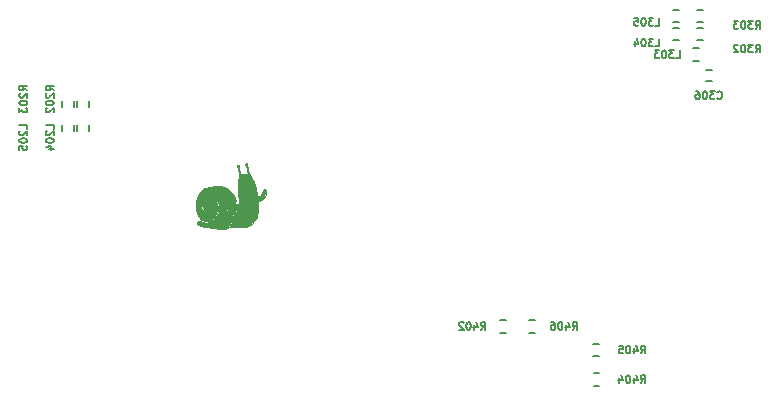
<source format=gbr>
G04 #@! TF.FileFunction,Legend,Bot*
%FSLAX46Y46*%
G04 Gerber Fmt 4.6, Leading zero omitted, Abs format (unit mm)*
G04 Created by KiCad (PCBNEW 4.0.7) date Sun May 20 15:45:54 2018*
%MOMM*%
%LPD*%
G01*
G04 APERTURE LIST*
%ADD10C,0.100000*%
%ADD11C,0.150000*%
%ADD12C,0.010000*%
G04 APERTURE END LIST*
D10*
D11*
X178050000Y-41225000D02*
X178550000Y-41225000D01*
X178550000Y-42275000D02*
X178050000Y-42275000D01*
X179250000Y-45725000D02*
X178750000Y-45725000D01*
X178750000Y-44775000D02*
X179250000Y-44775000D01*
X125475000Y-49950000D02*
X125475000Y-49450000D01*
X126525000Y-49450000D02*
X126525000Y-49950000D01*
X124225000Y-49950000D02*
X124225000Y-49450000D01*
X125275000Y-49450000D02*
X125275000Y-49950000D01*
X177700000Y-42975000D02*
X178200000Y-42975000D01*
X178200000Y-44025000D02*
X177700000Y-44025000D01*
X176000000Y-41225000D02*
X176500000Y-41225000D01*
X176500000Y-42275000D02*
X176000000Y-42275000D01*
X176000000Y-39725000D02*
X176500000Y-39725000D01*
X176500000Y-40775000D02*
X176000000Y-40775000D01*
X125475000Y-47950000D02*
X125475000Y-47450000D01*
X126525000Y-47450000D02*
X126525000Y-47950000D01*
X124225000Y-47950000D02*
X124225000Y-47450000D01*
X125275000Y-47450000D02*
X125275000Y-47950000D01*
X178050000Y-39725000D02*
X178550000Y-39725000D01*
X178550000Y-40775000D02*
X178050000Y-40775000D01*
X161800000Y-67025000D02*
X161300000Y-67025000D01*
X161300000Y-65975000D02*
X161800000Y-65975000D01*
X169250000Y-70475000D02*
X169750000Y-70475000D01*
X169750000Y-71525000D02*
X169250000Y-71525000D01*
X169200000Y-67975000D02*
X169700000Y-67975000D01*
X169700000Y-69025000D02*
X169200000Y-69025000D01*
X164300000Y-67025000D02*
X163800000Y-67025000D01*
X163800000Y-65975000D02*
X164300000Y-65975000D01*
D12*
G36*
X137212826Y-54599374D02*
X136754964Y-54664064D01*
X136369004Y-54799089D01*
X136056358Y-55003148D01*
X135818439Y-55274939D01*
X135656660Y-55613159D01*
X135572434Y-56016506D01*
X135564142Y-56118996D01*
X135574066Y-56544036D01*
X135655064Y-56914145D01*
X135804033Y-57221512D01*
X136017870Y-57458328D01*
X136126637Y-57535091D01*
X136349024Y-57615302D01*
X136601382Y-57619093D01*
X136855979Y-57553670D01*
X137085082Y-57426237D01*
X137260961Y-57243999D01*
X137263879Y-57239643D01*
X137385399Y-56987048D01*
X137443988Y-56707601D01*
X137443198Y-56422503D01*
X137386582Y-56152956D01*
X137277692Y-55920161D01*
X137120082Y-55745319D01*
X137001920Y-55676343D01*
X136741613Y-55612009D01*
X136509048Y-55638217D01*
X136318106Y-55745902D01*
X136182668Y-55925998D01*
X136116617Y-56169442D01*
X136112401Y-56257179D01*
X136144034Y-56447713D01*
X136226844Y-56603362D01*
X136342695Y-56712021D01*
X136473448Y-56761588D01*
X136600968Y-56739959D01*
X136698736Y-56648470D01*
X136748070Y-56556321D01*
X136747010Y-56474073D01*
X136697394Y-56356370D01*
X136615375Y-56187400D01*
X136719488Y-56307327D01*
X136810035Y-56459652D01*
X136802189Y-56605587D01*
X136731631Y-56721522D01*
X136597269Y-56819692D01*
X136438031Y-56824949D01*
X136267409Y-56738453D01*
X136195927Y-56675373D01*
X136099588Y-56565008D01*
X136052001Y-56456646D01*
X136036858Y-56305933D01*
X136036200Y-56240948D01*
X136076064Y-55976329D01*
X136184707Y-55769822D01*
X136345714Y-55624191D01*
X136542665Y-55542195D01*
X136759142Y-55526599D01*
X136978728Y-55580163D01*
X137185004Y-55705649D01*
X137361551Y-55905819D01*
X137420500Y-56008074D01*
X137505648Y-56266156D01*
X137536018Y-56567100D01*
X137510839Y-56867709D01*
X137440059Y-57102235D01*
X137274797Y-57353750D01*
X137042493Y-57554482D01*
X136768600Y-57687660D01*
X136478570Y-57736513D01*
X136477418Y-57736516D01*
X136363183Y-57716894D01*
X136203623Y-57666607D01*
X136113747Y-57630935D01*
X135952420Y-57570006D01*
X135844937Y-57555882D01*
X135758346Y-57583572D01*
X135671413Y-57671000D01*
X135672799Y-57777899D01*
X135757074Y-57884570D01*
X135858400Y-57946663D01*
X136034385Y-58008622D01*
X136279525Y-58067102D01*
X136573016Y-58119918D01*
X136894056Y-58164889D01*
X137221843Y-58199831D01*
X137535572Y-58222561D01*
X137814442Y-58230895D01*
X138037649Y-58222651D01*
X138184391Y-58195646D01*
X138194156Y-58191788D01*
X138405045Y-58056436D01*
X138568238Y-57847484D01*
X138688640Y-57556928D01*
X138754435Y-57277202D01*
X138807587Y-57028567D01*
X138865450Y-56832042D01*
X138922724Y-56700590D01*
X138974106Y-56647171D01*
X139004907Y-56664994D01*
X139054098Y-56689470D01*
X139106982Y-56625568D01*
X139156664Y-56485959D01*
X139190031Y-56324793D01*
X139222897Y-56119261D01*
X139051949Y-56157971D01*
X138764624Y-56255367D01*
X138535565Y-56411767D01*
X138346988Y-56642499D01*
X138221260Y-56873894D01*
X138151296Y-57018600D01*
X138115698Y-57077184D01*
X138107588Y-57056381D01*
X138118193Y-56974800D01*
X138209282Y-56699661D01*
X138381216Y-56446738D01*
X138613403Y-56243946D01*
X138692067Y-56196875D01*
X138845898Y-56103842D01*
X138930899Y-56013301D01*
X138954463Y-55899679D01*
X138923981Y-55737400D01*
X138872065Y-55574149D01*
X138752901Y-55337148D01*
X138548868Y-55087761D01*
X138503765Y-55041828D01*
X138250104Y-54825957D01*
X137987200Y-54684960D01*
X137690623Y-54610466D01*
X137335941Y-54594100D01*
X137212826Y-54599374D01*
X137212826Y-54599374D01*
G37*
X137212826Y-54599374D02*
X136754964Y-54664064D01*
X136369004Y-54799089D01*
X136056358Y-55003148D01*
X135818439Y-55274939D01*
X135656660Y-55613159D01*
X135572434Y-56016506D01*
X135564142Y-56118996D01*
X135574066Y-56544036D01*
X135655064Y-56914145D01*
X135804033Y-57221512D01*
X136017870Y-57458328D01*
X136126637Y-57535091D01*
X136349024Y-57615302D01*
X136601382Y-57619093D01*
X136855979Y-57553670D01*
X137085082Y-57426237D01*
X137260961Y-57243999D01*
X137263879Y-57239643D01*
X137385399Y-56987048D01*
X137443988Y-56707601D01*
X137443198Y-56422503D01*
X137386582Y-56152956D01*
X137277692Y-55920161D01*
X137120082Y-55745319D01*
X137001920Y-55676343D01*
X136741613Y-55612009D01*
X136509048Y-55638217D01*
X136318106Y-55745902D01*
X136182668Y-55925998D01*
X136116617Y-56169442D01*
X136112401Y-56257179D01*
X136144034Y-56447713D01*
X136226844Y-56603362D01*
X136342695Y-56712021D01*
X136473448Y-56761588D01*
X136600968Y-56739959D01*
X136698736Y-56648470D01*
X136748070Y-56556321D01*
X136747010Y-56474073D01*
X136697394Y-56356370D01*
X136615375Y-56187400D01*
X136719488Y-56307327D01*
X136810035Y-56459652D01*
X136802189Y-56605587D01*
X136731631Y-56721522D01*
X136597269Y-56819692D01*
X136438031Y-56824949D01*
X136267409Y-56738453D01*
X136195927Y-56675373D01*
X136099588Y-56565008D01*
X136052001Y-56456646D01*
X136036858Y-56305933D01*
X136036200Y-56240948D01*
X136076064Y-55976329D01*
X136184707Y-55769822D01*
X136345714Y-55624191D01*
X136542665Y-55542195D01*
X136759142Y-55526599D01*
X136978728Y-55580163D01*
X137185004Y-55705649D01*
X137361551Y-55905819D01*
X137420500Y-56008074D01*
X137505648Y-56266156D01*
X137536018Y-56567100D01*
X137510839Y-56867709D01*
X137440059Y-57102235D01*
X137274797Y-57353750D01*
X137042493Y-57554482D01*
X136768600Y-57687660D01*
X136478570Y-57736513D01*
X136477418Y-57736516D01*
X136363183Y-57716894D01*
X136203623Y-57666607D01*
X136113747Y-57630935D01*
X135952420Y-57570006D01*
X135844937Y-57555882D01*
X135758346Y-57583572D01*
X135671413Y-57671000D01*
X135672799Y-57777899D01*
X135757074Y-57884570D01*
X135858400Y-57946663D01*
X136034385Y-58008622D01*
X136279525Y-58067102D01*
X136573016Y-58119918D01*
X136894056Y-58164889D01*
X137221843Y-58199831D01*
X137535572Y-58222561D01*
X137814442Y-58230895D01*
X138037649Y-58222651D01*
X138184391Y-58195646D01*
X138194156Y-58191788D01*
X138405045Y-58056436D01*
X138568238Y-57847484D01*
X138688640Y-57556928D01*
X138754435Y-57277202D01*
X138807587Y-57028567D01*
X138865450Y-56832042D01*
X138922724Y-56700590D01*
X138974106Y-56647171D01*
X139004907Y-56664994D01*
X139054098Y-56689470D01*
X139106982Y-56625568D01*
X139156664Y-56485959D01*
X139190031Y-56324793D01*
X139222897Y-56119261D01*
X139051949Y-56157971D01*
X138764624Y-56255367D01*
X138535565Y-56411767D01*
X138346988Y-56642499D01*
X138221260Y-56873894D01*
X138151296Y-57018600D01*
X138115698Y-57077184D01*
X138107588Y-57056381D01*
X138118193Y-56974800D01*
X138209282Y-56699661D01*
X138381216Y-56446738D01*
X138613403Y-56243946D01*
X138692067Y-56196875D01*
X138845898Y-56103842D01*
X138930899Y-56013301D01*
X138954463Y-55899679D01*
X138923981Y-55737400D01*
X138872065Y-55574149D01*
X138752901Y-55337148D01*
X138548868Y-55087761D01*
X138503765Y-55041828D01*
X138250104Y-54825957D01*
X137987200Y-54684960D01*
X137690623Y-54610466D01*
X137335941Y-54594100D01*
X137212826Y-54599374D01*
G36*
X139792968Y-52676104D02*
X139736747Y-52730619D01*
X139719653Y-52806507D01*
X139748618Y-52856863D01*
X139765791Y-52860000D01*
X139801390Y-52905191D01*
X139843226Y-53021390D01*
X139869389Y-53125817D01*
X139907561Y-53300273D01*
X139941419Y-53449142D01*
X139954481Y-53503532D01*
X139961740Y-53578878D01*
X139914212Y-53606777D01*
X139812783Y-53606719D01*
X139646445Y-53612265D01*
X139505379Y-53635850D01*
X139417795Y-53651195D01*
X139365668Y-53620221D01*
X139324488Y-53521030D01*
X139305590Y-53457346D01*
X139264995Y-53260983D01*
X139245269Y-53056738D01*
X139244883Y-53025099D01*
X139232991Y-52874202D01*
X139192593Y-52812026D01*
X139176377Y-52809200D01*
X139099139Y-52849862D01*
X139069075Y-52940272D01*
X139097224Y-53025746D01*
X139131508Y-53105657D01*
X139172469Y-53253121D01*
X139209071Y-53425198D01*
X139240057Y-53618137D01*
X139244966Y-53747338D01*
X139222477Y-53847603D01*
X139190364Y-53917975D01*
X139140811Y-54084381D01*
X139115660Y-54335593D01*
X139114952Y-54657781D01*
X139138729Y-55037116D01*
X139185800Y-55450800D01*
X139217257Y-55703275D01*
X139242263Y-55946706D01*
X139257430Y-56145785D01*
X139260391Y-56228022D01*
X139245164Y-56396364D01*
X139204353Y-56562359D01*
X139148417Y-56696065D01*
X139087819Y-56767543D01*
X139070196Y-56772377D01*
X138991895Y-56800886D01*
X138928744Y-56892050D01*
X138873742Y-57059922D01*
X138832797Y-57248952D01*
X138778567Y-57475416D01*
X138707847Y-57695280D01*
X138635485Y-57862691D01*
X138632038Y-57868956D01*
X138507153Y-58092400D01*
X139151277Y-58088820D01*
X139523376Y-58078955D01*
X139803241Y-58054238D01*
X139986791Y-58015040D01*
X139993991Y-58012478D01*
X140301866Y-57851985D01*
X140538848Y-57619714D01*
X140677838Y-57386633D01*
X140735163Y-57255487D01*
X140773343Y-57135509D01*
X140796199Y-57000750D01*
X140807552Y-56825261D01*
X140811223Y-56583092D01*
X140811400Y-56479534D01*
X140811400Y-56127239D01*
X139810577Y-56127239D01*
X139809443Y-56341553D01*
X139797573Y-56525519D01*
X139777298Y-56649090D01*
X139768213Y-56673339D01*
X139679297Y-56758913D01*
X139572971Y-56760228D01*
X139482935Y-56680834D01*
X139463943Y-56641292D01*
X139426476Y-56486112D01*
X139418411Y-56374592D01*
X139426127Y-56290676D01*
X139442214Y-56302197D01*
X139467632Y-56411279D01*
X139488742Y-56530300D01*
X139525558Y-56663293D01*
X139585705Y-56716788D01*
X139618935Y-56720800D01*
X139679578Y-56706740D01*
X139722368Y-56654246D01*
X139751353Y-56547845D01*
X139770582Y-56372068D01*
X139784102Y-56111440D01*
X139785083Y-56085800D01*
X139800354Y-55679400D01*
X139810577Y-56127239D01*
X140811400Y-56127239D01*
X140811400Y-55857268D01*
X140958966Y-55857234D01*
X141119118Y-55810906D01*
X141273597Y-55688881D01*
X141405936Y-55516486D01*
X141499669Y-55319048D01*
X141538330Y-55121896D01*
X141521896Y-54991379D01*
X141466864Y-54903589D01*
X141391161Y-54911969D01*
X141298741Y-55014115D01*
X141204603Y-55184100D01*
X141115781Y-55353042D01*
X141040205Y-55446931D01*
X140958880Y-55487060D01*
X140930061Y-55491853D01*
X140851872Y-55493739D01*
X140799639Y-55465111D01*
X140763593Y-55387302D01*
X140733963Y-55241648D01*
X140709139Y-55069800D01*
X140656548Y-54794158D01*
X140576385Y-54506101D01*
X140562207Y-54466566D01*
X139878650Y-54466566D01*
X139811176Y-54475361D01*
X139795400Y-54475696D01*
X139708643Y-54470205D01*
X139701005Y-54454302D01*
X139705534Y-54452278D01*
X139806381Y-54442229D01*
X139857934Y-54450396D01*
X139878650Y-54466566D01*
X140562207Y-54466566D01*
X140514081Y-54332371D01*
X140201288Y-54332371D01*
X140190251Y-54376549D01*
X140153999Y-54384000D01*
X140084330Y-54372219D01*
X140074800Y-54361598D01*
X140097744Y-54332371D01*
X139490088Y-54332371D01*
X139479051Y-54376549D01*
X139442799Y-54384000D01*
X139373130Y-54372219D01*
X139363600Y-54361598D01*
X139400825Y-54314180D01*
X139467806Y-54313123D01*
X139490088Y-54332371D01*
X140097744Y-54332371D01*
X140112025Y-54314180D01*
X140179006Y-54313123D01*
X140201288Y-54332371D01*
X140514081Y-54332371D01*
X140478823Y-54234061D01*
X140374038Y-54006473D01*
X140274077Y-53853892D01*
X140187737Y-53725257D01*
X140100753Y-53545871D01*
X140021316Y-53340943D01*
X139957621Y-53135681D01*
X139917860Y-52955293D01*
X139910226Y-52824986D01*
X139925188Y-52780441D01*
X139944203Y-52709173D01*
X139890436Y-52666927D01*
X139792968Y-52676104D01*
X139792968Y-52676104D01*
G37*
X139792968Y-52676104D02*
X139736747Y-52730619D01*
X139719653Y-52806507D01*
X139748618Y-52856863D01*
X139765791Y-52860000D01*
X139801390Y-52905191D01*
X139843226Y-53021390D01*
X139869389Y-53125817D01*
X139907561Y-53300273D01*
X139941419Y-53449142D01*
X139954481Y-53503532D01*
X139961740Y-53578878D01*
X139914212Y-53606777D01*
X139812783Y-53606719D01*
X139646445Y-53612265D01*
X139505379Y-53635850D01*
X139417795Y-53651195D01*
X139365668Y-53620221D01*
X139324488Y-53521030D01*
X139305590Y-53457346D01*
X139264995Y-53260983D01*
X139245269Y-53056738D01*
X139244883Y-53025099D01*
X139232991Y-52874202D01*
X139192593Y-52812026D01*
X139176377Y-52809200D01*
X139099139Y-52849862D01*
X139069075Y-52940272D01*
X139097224Y-53025746D01*
X139131508Y-53105657D01*
X139172469Y-53253121D01*
X139209071Y-53425198D01*
X139240057Y-53618137D01*
X139244966Y-53747338D01*
X139222477Y-53847603D01*
X139190364Y-53917975D01*
X139140811Y-54084381D01*
X139115660Y-54335593D01*
X139114952Y-54657781D01*
X139138729Y-55037116D01*
X139185800Y-55450800D01*
X139217257Y-55703275D01*
X139242263Y-55946706D01*
X139257430Y-56145785D01*
X139260391Y-56228022D01*
X139245164Y-56396364D01*
X139204353Y-56562359D01*
X139148417Y-56696065D01*
X139087819Y-56767543D01*
X139070196Y-56772377D01*
X138991895Y-56800886D01*
X138928744Y-56892050D01*
X138873742Y-57059922D01*
X138832797Y-57248952D01*
X138778567Y-57475416D01*
X138707847Y-57695280D01*
X138635485Y-57862691D01*
X138632038Y-57868956D01*
X138507153Y-58092400D01*
X139151277Y-58088820D01*
X139523376Y-58078955D01*
X139803241Y-58054238D01*
X139986791Y-58015040D01*
X139993991Y-58012478D01*
X140301866Y-57851985D01*
X140538848Y-57619714D01*
X140677838Y-57386633D01*
X140735163Y-57255487D01*
X140773343Y-57135509D01*
X140796199Y-57000750D01*
X140807552Y-56825261D01*
X140811223Y-56583092D01*
X140811400Y-56479534D01*
X140811400Y-56127239D01*
X139810577Y-56127239D01*
X139809443Y-56341553D01*
X139797573Y-56525519D01*
X139777298Y-56649090D01*
X139768213Y-56673339D01*
X139679297Y-56758913D01*
X139572971Y-56760228D01*
X139482935Y-56680834D01*
X139463943Y-56641292D01*
X139426476Y-56486112D01*
X139418411Y-56374592D01*
X139426127Y-56290676D01*
X139442214Y-56302197D01*
X139467632Y-56411279D01*
X139488742Y-56530300D01*
X139525558Y-56663293D01*
X139585705Y-56716788D01*
X139618935Y-56720800D01*
X139679578Y-56706740D01*
X139722368Y-56654246D01*
X139751353Y-56547845D01*
X139770582Y-56372068D01*
X139784102Y-56111440D01*
X139785083Y-56085800D01*
X139800354Y-55679400D01*
X139810577Y-56127239D01*
X140811400Y-56127239D01*
X140811400Y-55857268D01*
X140958966Y-55857234D01*
X141119118Y-55810906D01*
X141273597Y-55688881D01*
X141405936Y-55516486D01*
X141499669Y-55319048D01*
X141538330Y-55121896D01*
X141521896Y-54991379D01*
X141466864Y-54903589D01*
X141391161Y-54911969D01*
X141298741Y-55014115D01*
X141204603Y-55184100D01*
X141115781Y-55353042D01*
X141040205Y-55446931D01*
X140958880Y-55487060D01*
X140930061Y-55491853D01*
X140851872Y-55493739D01*
X140799639Y-55465111D01*
X140763593Y-55387302D01*
X140733963Y-55241648D01*
X140709139Y-55069800D01*
X140656548Y-54794158D01*
X140576385Y-54506101D01*
X140562207Y-54466566D01*
X139878650Y-54466566D01*
X139811176Y-54475361D01*
X139795400Y-54475696D01*
X139708643Y-54470205D01*
X139701005Y-54454302D01*
X139705534Y-54452278D01*
X139806381Y-54442229D01*
X139857934Y-54450396D01*
X139878650Y-54466566D01*
X140562207Y-54466566D01*
X140514081Y-54332371D01*
X140201288Y-54332371D01*
X140190251Y-54376549D01*
X140153999Y-54384000D01*
X140084330Y-54372219D01*
X140074800Y-54361598D01*
X140097744Y-54332371D01*
X139490088Y-54332371D01*
X139479051Y-54376549D01*
X139442799Y-54384000D01*
X139373130Y-54372219D01*
X139363600Y-54361598D01*
X139400825Y-54314180D01*
X139467806Y-54313123D01*
X139490088Y-54332371D01*
X140097744Y-54332371D01*
X140112025Y-54314180D01*
X140179006Y-54313123D01*
X140201288Y-54332371D01*
X140514081Y-54332371D01*
X140478823Y-54234061D01*
X140374038Y-54006473D01*
X140274077Y-53853892D01*
X140187737Y-53725257D01*
X140100753Y-53545871D01*
X140021316Y-53340943D01*
X139957621Y-53135681D01*
X139917860Y-52955293D01*
X139910226Y-52824986D01*
X139925188Y-52780441D01*
X139944203Y-52709173D01*
X139890436Y-52666927D01*
X139792968Y-52676104D01*
D11*
X182977382Y-43294048D02*
X183194048Y-42984524D01*
X183348810Y-43294048D02*
X183348810Y-42644048D01*
X183101191Y-42644048D01*
X183039286Y-42675000D01*
X183008334Y-42705952D01*
X182977382Y-42767857D01*
X182977382Y-42860714D01*
X183008334Y-42922619D01*
X183039286Y-42953571D01*
X183101191Y-42984524D01*
X183348810Y-42984524D01*
X182760715Y-42644048D02*
X182358334Y-42644048D01*
X182575001Y-42891667D01*
X182482143Y-42891667D01*
X182420239Y-42922619D01*
X182389286Y-42953571D01*
X182358334Y-43015476D01*
X182358334Y-43170238D01*
X182389286Y-43232143D01*
X182420239Y-43263095D01*
X182482143Y-43294048D01*
X182667858Y-43294048D01*
X182729762Y-43263095D01*
X182760715Y-43232143D01*
X181955953Y-42644048D02*
X181894048Y-42644048D01*
X181832143Y-42675000D01*
X181801191Y-42705952D01*
X181770238Y-42767857D01*
X181739286Y-42891667D01*
X181739286Y-43046429D01*
X181770238Y-43170238D01*
X181801191Y-43232143D01*
X181832143Y-43263095D01*
X181894048Y-43294048D01*
X181955953Y-43294048D01*
X182017857Y-43263095D01*
X182048810Y-43232143D01*
X182079762Y-43170238D01*
X182110714Y-43046429D01*
X182110714Y-42891667D01*
X182079762Y-42767857D01*
X182048810Y-42705952D01*
X182017857Y-42675000D01*
X181955953Y-42644048D01*
X181491666Y-42705952D02*
X181460714Y-42675000D01*
X181398809Y-42644048D01*
X181244047Y-42644048D01*
X181182143Y-42675000D01*
X181151190Y-42705952D01*
X181120238Y-42767857D01*
X181120238Y-42829762D01*
X181151190Y-42922619D01*
X181522619Y-43294048D01*
X181120238Y-43294048D01*
X179727382Y-47182143D02*
X179758334Y-47213095D01*
X179851191Y-47244048D01*
X179913096Y-47244048D01*
X180005953Y-47213095D01*
X180067858Y-47151190D01*
X180098810Y-47089286D01*
X180129762Y-46965476D01*
X180129762Y-46872619D01*
X180098810Y-46748810D01*
X180067858Y-46686905D01*
X180005953Y-46625000D01*
X179913096Y-46594048D01*
X179851191Y-46594048D01*
X179758334Y-46625000D01*
X179727382Y-46655952D01*
X179510715Y-46594048D02*
X179108334Y-46594048D01*
X179325001Y-46841667D01*
X179232143Y-46841667D01*
X179170239Y-46872619D01*
X179139286Y-46903571D01*
X179108334Y-46965476D01*
X179108334Y-47120238D01*
X179139286Y-47182143D01*
X179170239Y-47213095D01*
X179232143Y-47244048D01*
X179417858Y-47244048D01*
X179479762Y-47213095D01*
X179510715Y-47182143D01*
X178705953Y-46594048D02*
X178644048Y-46594048D01*
X178582143Y-46625000D01*
X178551191Y-46655952D01*
X178520238Y-46717857D01*
X178489286Y-46841667D01*
X178489286Y-46996429D01*
X178520238Y-47120238D01*
X178551191Y-47182143D01*
X178582143Y-47213095D01*
X178644048Y-47244048D01*
X178705953Y-47244048D01*
X178767857Y-47213095D01*
X178798810Y-47182143D01*
X178829762Y-47120238D01*
X178860714Y-46996429D01*
X178860714Y-46841667D01*
X178829762Y-46717857D01*
X178798810Y-46655952D01*
X178767857Y-46625000D01*
X178705953Y-46594048D01*
X177932143Y-46594048D02*
X178055952Y-46594048D01*
X178117857Y-46625000D01*
X178148809Y-46655952D01*
X178210714Y-46748810D01*
X178241666Y-46872619D01*
X178241666Y-47120238D01*
X178210714Y-47182143D01*
X178179762Y-47213095D01*
X178117857Y-47244048D01*
X177994047Y-47244048D01*
X177932143Y-47213095D01*
X177901190Y-47182143D01*
X177870238Y-47120238D01*
X177870238Y-46965476D01*
X177901190Y-46903571D01*
X177932143Y-46872619D01*
X177994047Y-46841667D01*
X178117857Y-46841667D01*
X178179762Y-46872619D01*
X178210714Y-46903571D01*
X178241666Y-46965476D01*
X123544048Y-49772619D02*
X123544048Y-49463095D01*
X122894048Y-49463095D01*
X122955952Y-49958333D02*
X122925000Y-49989285D01*
X122894048Y-50051190D01*
X122894048Y-50205952D01*
X122925000Y-50267856D01*
X122955952Y-50298809D01*
X123017857Y-50329761D01*
X123079762Y-50329761D01*
X123172619Y-50298809D01*
X123544048Y-49927380D01*
X123544048Y-50329761D01*
X122894048Y-50732142D02*
X122894048Y-50794047D01*
X122925000Y-50855952D01*
X122955952Y-50886904D01*
X123017857Y-50917857D01*
X123141667Y-50948809D01*
X123296429Y-50948809D01*
X123420238Y-50917857D01*
X123482143Y-50886904D01*
X123513095Y-50855952D01*
X123544048Y-50794047D01*
X123544048Y-50732142D01*
X123513095Y-50670238D01*
X123482143Y-50639285D01*
X123420238Y-50608333D01*
X123296429Y-50577381D01*
X123141667Y-50577381D01*
X123017857Y-50608333D01*
X122955952Y-50639285D01*
X122925000Y-50670238D01*
X122894048Y-50732142D01*
X123110714Y-51505952D02*
X123544048Y-51505952D01*
X122863095Y-51351190D02*
X123327381Y-51196429D01*
X123327381Y-51598809D01*
X121294048Y-49772619D02*
X121294048Y-49463095D01*
X120644048Y-49463095D01*
X120705952Y-49958333D02*
X120675000Y-49989285D01*
X120644048Y-50051190D01*
X120644048Y-50205952D01*
X120675000Y-50267856D01*
X120705952Y-50298809D01*
X120767857Y-50329761D01*
X120829762Y-50329761D01*
X120922619Y-50298809D01*
X121294048Y-49927380D01*
X121294048Y-50329761D01*
X120644048Y-50732142D02*
X120644048Y-50794047D01*
X120675000Y-50855952D01*
X120705952Y-50886904D01*
X120767857Y-50917857D01*
X120891667Y-50948809D01*
X121046429Y-50948809D01*
X121170238Y-50917857D01*
X121232143Y-50886904D01*
X121263095Y-50855952D01*
X121294048Y-50794047D01*
X121294048Y-50732142D01*
X121263095Y-50670238D01*
X121232143Y-50639285D01*
X121170238Y-50608333D01*
X121046429Y-50577381D01*
X120891667Y-50577381D01*
X120767857Y-50608333D01*
X120705952Y-50639285D01*
X120675000Y-50670238D01*
X120644048Y-50732142D01*
X120644048Y-51536905D02*
X120644048Y-51227381D01*
X120953571Y-51196429D01*
X120922619Y-51227381D01*
X120891667Y-51289286D01*
X120891667Y-51444048D01*
X120922619Y-51505952D01*
X120953571Y-51536905D01*
X121015476Y-51567857D01*
X121170238Y-51567857D01*
X121232143Y-51536905D01*
X121263095Y-51505952D01*
X121294048Y-51444048D01*
X121294048Y-51289286D01*
X121263095Y-51227381D01*
X121232143Y-51196429D01*
X176227381Y-43794048D02*
X176536905Y-43794048D01*
X176536905Y-43144048D01*
X176072620Y-43144048D02*
X175670239Y-43144048D01*
X175886906Y-43391667D01*
X175794048Y-43391667D01*
X175732144Y-43422619D01*
X175701191Y-43453571D01*
X175670239Y-43515476D01*
X175670239Y-43670238D01*
X175701191Y-43732143D01*
X175732144Y-43763095D01*
X175794048Y-43794048D01*
X175979763Y-43794048D01*
X176041667Y-43763095D01*
X176072620Y-43732143D01*
X175267858Y-43144048D02*
X175205953Y-43144048D01*
X175144048Y-43175000D01*
X175113096Y-43205952D01*
X175082143Y-43267857D01*
X175051191Y-43391667D01*
X175051191Y-43546429D01*
X175082143Y-43670238D01*
X175113096Y-43732143D01*
X175144048Y-43763095D01*
X175205953Y-43794048D01*
X175267858Y-43794048D01*
X175329762Y-43763095D01*
X175360715Y-43732143D01*
X175391667Y-43670238D01*
X175422619Y-43546429D01*
X175422619Y-43391667D01*
X175391667Y-43267857D01*
X175360715Y-43205952D01*
X175329762Y-43175000D01*
X175267858Y-43144048D01*
X174834524Y-43144048D02*
X174432143Y-43144048D01*
X174648810Y-43391667D01*
X174555952Y-43391667D01*
X174494048Y-43422619D01*
X174463095Y-43453571D01*
X174432143Y-43515476D01*
X174432143Y-43670238D01*
X174463095Y-43732143D01*
X174494048Y-43763095D01*
X174555952Y-43794048D01*
X174741667Y-43794048D01*
X174803571Y-43763095D01*
X174834524Y-43732143D01*
X174477381Y-42794048D02*
X174786905Y-42794048D01*
X174786905Y-42144048D01*
X174322620Y-42144048D02*
X173920239Y-42144048D01*
X174136906Y-42391667D01*
X174044048Y-42391667D01*
X173982144Y-42422619D01*
X173951191Y-42453571D01*
X173920239Y-42515476D01*
X173920239Y-42670238D01*
X173951191Y-42732143D01*
X173982144Y-42763095D01*
X174044048Y-42794048D01*
X174229763Y-42794048D01*
X174291667Y-42763095D01*
X174322620Y-42732143D01*
X173517858Y-42144048D02*
X173455953Y-42144048D01*
X173394048Y-42175000D01*
X173363096Y-42205952D01*
X173332143Y-42267857D01*
X173301191Y-42391667D01*
X173301191Y-42546429D01*
X173332143Y-42670238D01*
X173363096Y-42732143D01*
X173394048Y-42763095D01*
X173455953Y-42794048D01*
X173517858Y-42794048D01*
X173579762Y-42763095D01*
X173610715Y-42732143D01*
X173641667Y-42670238D01*
X173672619Y-42546429D01*
X173672619Y-42391667D01*
X173641667Y-42267857D01*
X173610715Y-42205952D01*
X173579762Y-42175000D01*
X173517858Y-42144048D01*
X172744048Y-42360714D02*
X172744048Y-42794048D01*
X172898810Y-42113095D02*
X173053571Y-42577381D01*
X172651191Y-42577381D01*
X174477381Y-41044048D02*
X174786905Y-41044048D01*
X174786905Y-40394048D01*
X174322620Y-40394048D02*
X173920239Y-40394048D01*
X174136906Y-40641667D01*
X174044048Y-40641667D01*
X173982144Y-40672619D01*
X173951191Y-40703571D01*
X173920239Y-40765476D01*
X173920239Y-40920238D01*
X173951191Y-40982143D01*
X173982144Y-41013095D01*
X174044048Y-41044048D01*
X174229763Y-41044048D01*
X174291667Y-41013095D01*
X174322620Y-40982143D01*
X173517858Y-40394048D02*
X173455953Y-40394048D01*
X173394048Y-40425000D01*
X173363096Y-40455952D01*
X173332143Y-40517857D01*
X173301191Y-40641667D01*
X173301191Y-40796429D01*
X173332143Y-40920238D01*
X173363096Y-40982143D01*
X173394048Y-41013095D01*
X173455953Y-41044048D01*
X173517858Y-41044048D01*
X173579762Y-41013095D01*
X173610715Y-40982143D01*
X173641667Y-40920238D01*
X173672619Y-40796429D01*
X173672619Y-40641667D01*
X173641667Y-40517857D01*
X173610715Y-40455952D01*
X173579762Y-40425000D01*
X173517858Y-40394048D01*
X172713095Y-40394048D02*
X173022619Y-40394048D01*
X173053571Y-40703571D01*
X173022619Y-40672619D01*
X172960714Y-40641667D01*
X172805952Y-40641667D01*
X172744048Y-40672619D01*
X172713095Y-40703571D01*
X172682143Y-40765476D01*
X172682143Y-40920238D01*
X172713095Y-40982143D01*
X172744048Y-41013095D01*
X172805952Y-41044048D01*
X172960714Y-41044048D01*
X173022619Y-41013095D01*
X173053571Y-40982143D01*
X123544048Y-46522618D02*
X123234524Y-46305952D01*
X123544048Y-46151190D02*
X122894048Y-46151190D01*
X122894048Y-46398809D01*
X122925000Y-46460714D01*
X122955952Y-46491666D01*
X123017857Y-46522618D01*
X123110714Y-46522618D01*
X123172619Y-46491666D01*
X123203571Y-46460714D01*
X123234524Y-46398809D01*
X123234524Y-46151190D01*
X122955952Y-46770238D02*
X122925000Y-46801190D01*
X122894048Y-46863095D01*
X122894048Y-47017857D01*
X122925000Y-47079761D01*
X122955952Y-47110714D01*
X123017857Y-47141666D01*
X123079762Y-47141666D01*
X123172619Y-47110714D01*
X123544048Y-46739285D01*
X123544048Y-47141666D01*
X122894048Y-47544047D02*
X122894048Y-47605952D01*
X122925000Y-47667857D01*
X122955952Y-47698809D01*
X123017857Y-47729762D01*
X123141667Y-47760714D01*
X123296429Y-47760714D01*
X123420238Y-47729762D01*
X123482143Y-47698809D01*
X123513095Y-47667857D01*
X123544048Y-47605952D01*
X123544048Y-47544047D01*
X123513095Y-47482143D01*
X123482143Y-47451190D01*
X123420238Y-47420238D01*
X123296429Y-47389286D01*
X123141667Y-47389286D01*
X123017857Y-47420238D01*
X122955952Y-47451190D01*
X122925000Y-47482143D01*
X122894048Y-47544047D01*
X122955952Y-48008334D02*
X122925000Y-48039286D01*
X122894048Y-48101191D01*
X122894048Y-48255953D01*
X122925000Y-48317857D01*
X122955952Y-48348810D01*
X123017857Y-48379762D01*
X123079762Y-48379762D01*
X123172619Y-48348810D01*
X123544048Y-47977381D01*
X123544048Y-48379762D01*
X121294048Y-46522618D02*
X120984524Y-46305952D01*
X121294048Y-46151190D02*
X120644048Y-46151190D01*
X120644048Y-46398809D01*
X120675000Y-46460714D01*
X120705952Y-46491666D01*
X120767857Y-46522618D01*
X120860714Y-46522618D01*
X120922619Y-46491666D01*
X120953571Y-46460714D01*
X120984524Y-46398809D01*
X120984524Y-46151190D01*
X120705952Y-46770238D02*
X120675000Y-46801190D01*
X120644048Y-46863095D01*
X120644048Y-47017857D01*
X120675000Y-47079761D01*
X120705952Y-47110714D01*
X120767857Y-47141666D01*
X120829762Y-47141666D01*
X120922619Y-47110714D01*
X121294048Y-46739285D01*
X121294048Y-47141666D01*
X120644048Y-47544047D02*
X120644048Y-47605952D01*
X120675000Y-47667857D01*
X120705952Y-47698809D01*
X120767857Y-47729762D01*
X120891667Y-47760714D01*
X121046429Y-47760714D01*
X121170238Y-47729762D01*
X121232143Y-47698809D01*
X121263095Y-47667857D01*
X121294048Y-47605952D01*
X121294048Y-47544047D01*
X121263095Y-47482143D01*
X121232143Y-47451190D01*
X121170238Y-47420238D01*
X121046429Y-47389286D01*
X120891667Y-47389286D01*
X120767857Y-47420238D01*
X120705952Y-47451190D01*
X120675000Y-47482143D01*
X120644048Y-47544047D01*
X120644048Y-47977381D02*
X120644048Y-48379762D01*
X120891667Y-48163095D01*
X120891667Y-48255953D01*
X120922619Y-48317857D01*
X120953571Y-48348810D01*
X121015476Y-48379762D01*
X121170238Y-48379762D01*
X121232143Y-48348810D01*
X121263095Y-48317857D01*
X121294048Y-48255953D01*
X121294048Y-48070238D01*
X121263095Y-48008334D01*
X121232143Y-47977381D01*
X182977382Y-41294048D02*
X183194048Y-40984524D01*
X183348810Y-41294048D02*
X183348810Y-40644048D01*
X183101191Y-40644048D01*
X183039286Y-40675000D01*
X183008334Y-40705952D01*
X182977382Y-40767857D01*
X182977382Y-40860714D01*
X183008334Y-40922619D01*
X183039286Y-40953571D01*
X183101191Y-40984524D01*
X183348810Y-40984524D01*
X182760715Y-40644048D02*
X182358334Y-40644048D01*
X182575001Y-40891667D01*
X182482143Y-40891667D01*
X182420239Y-40922619D01*
X182389286Y-40953571D01*
X182358334Y-41015476D01*
X182358334Y-41170238D01*
X182389286Y-41232143D01*
X182420239Y-41263095D01*
X182482143Y-41294048D01*
X182667858Y-41294048D01*
X182729762Y-41263095D01*
X182760715Y-41232143D01*
X181955953Y-40644048D02*
X181894048Y-40644048D01*
X181832143Y-40675000D01*
X181801191Y-40705952D01*
X181770238Y-40767857D01*
X181739286Y-40891667D01*
X181739286Y-41046429D01*
X181770238Y-41170238D01*
X181801191Y-41232143D01*
X181832143Y-41263095D01*
X181894048Y-41294048D01*
X181955953Y-41294048D01*
X182017857Y-41263095D01*
X182048810Y-41232143D01*
X182079762Y-41170238D01*
X182110714Y-41046429D01*
X182110714Y-40891667D01*
X182079762Y-40767857D01*
X182048810Y-40705952D01*
X182017857Y-40675000D01*
X181955953Y-40644048D01*
X181522619Y-40644048D02*
X181120238Y-40644048D01*
X181336905Y-40891667D01*
X181244047Y-40891667D01*
X181182143Y-40922619D01*
X181151190Y-40953571D01*
X181120238Y-41015476D01*
X181120238Y-41170238D01*
X181151190Y-41232143D01*
X181182143Y-41263095D01*
X181244047Y-41294048D01*
X181429762Y-41294048D01*
X181491666Y-41263095D01*
X181522619Y-41232143D01*
X159727382Y-66794048D02*
X159944048Y-66484524D01*
X160098810Y-66794048D02*
X160098810Y-66144048D01*
X159851191Y-66144048D01*
X159789286Y-66175000D01*
X159758334Y-66205952D01*
X159727382Y-66267857D01*
X159727382Y-66360714D01*
X159758334Y-66422619D01*
X159789286Y-66453571D01*
X159851191Y-66484524D01*
X160098810Y-66484524D01*
X159170239Y-66360714D02*
X159170239Y-66794048D01*
X159325001Y-66113095D02*
X159479762Y-66577381D01*
X159077382Y-66577381D01*
X158705953Y-66144048D02*
X158644048Y-66144048D01*
X158582143Y-66175000D01*
X158551191Y-66205952D01*
X158520238Y-66267857D01*
X158489286Y-66391667D01*
X158489286Y-66546429D01*
X158520238Y-66670238D01*
X158551191Y-66732143D01*
X158582143Y-66763095D01*
X158644048Y-66794048D01*
X158705953Y-66794048D01*
X158767857Y-66763095D01*
X158798810Y-66732143D01*
X158829762Y-66670238D01*
X158860714Y-66546429D01*
X158860714Y-66391667D01*
X158829762Y-66267857D01*
X158798810Y-66205952D01*
X158767857Y-66175000D01*
X158705953Y-66144048D01*
X158241666Y-66205952D02*
X158210714Y-66175000D01*
X158148809Y-66144048D01*
X157994047Y-66144048D01*
X157932143Y-66175000D01*
X157901190Y-66205952D01*
X157870238Y-66267857D01*
X157870238Y-66329762D01*
X157901190Y-66422619D01*
X158272619Y-66794048D01*
X157870238Y-66794048D01*
X173227382Y-71294048D02*
X173444048Y-70984524D01*
X173598810Y-71294048D02*
X173598810Y-70644048D01*
X173351191Y-70644048D01*
X173289286Y-70675000D01*
X173258334Y-70705952D01*
X173227382Y-70767857D01*
X173227382Y-70860714D01*
X173258334Y-70922619D01*
X173289286Y-70953571D01*
X173351191Y-70984524D01*
X173598810Y-70984524D01*
X172670239Y-70860714D02*
X172670239Y-71294048D01*
X172825001Y-70613095D02*
X172979762Y-71077381D01*
X172577382Y-71077381D01*
X172205953Y-70644048D02*
X172144048Y-70644048D01*
X172082143Y-70675000D01*
X172051191Y-70705952D01*
X172020238Y-70767857D01*
X171989286Y-70891667D01*
X171989286Y-71046429D01*
X172020238Y-71170238D01*
X172051191Y-71232143D01*
X172082143Y-71263095D01*
X172144048Y-71294048D01*
X172205953Y-71294048D01*
X172267857Y-71263095D01*
X172298810Y-71232143D01*
X172329762Y-71170238D01*
X172360714Y-71046429D01*
X172360714Y-70891667D01*
X172329762Y-70767857D01*
X172298810Y-70705952D01*
X172267857Y-70675000D01*
X172205953Y-70644048D01*
X171432143Y-70860714D02*
X171432143Y-71294048D01*
X171586905Y-70613095D02*
X171741666Y-71077381D01*
X171339286Y-71077381D01*
X173227382Y-68794048D02*
X173444048Y-68484524D01*
X173598810Y-68794048D02*
X173598810Y-68144048D01*
X173351191Y-68144048D01*
X173289286Y-68175000D01*
X173258334Y-68205952D01*
X173227382Y-68267857D01*
X173227382Y-68360714D01*
X173258334Y-68422619D01*
X173289286Y-68453571D01*
X173351191Y-68484524D01*
X173598810Y-68484524D01*
X172670239Y-68360714D02*
X172670239Y-68794048D01*
X172825001Y-68113095D02*
X172979762Y-68577381D01*
X172577382Y-68577381D01*
X172205953Y-68144048D02*
X172144048Y-68144048D01*
X172082143Y-68175000D01*
X172051191Y-68205952D01*
X172020238Y-68267857D01*
X171989286Y-68391667D01*
X171989286Y-68546429D01*
X172020238Y-68670238D01*
X172051191Y-68732143D01*
X172082143Y-68763095D01*
X172144048Y-68794048D01*
X172205953Y-68794048D01*
X172267857Y-68763095D01*
X172298810Y-68732143D01*
X172329762Y-68670238D01*
X172360714Y-68546429D01*
X172360714Y-68391667D01*
X172329762Y-68267857D01*
X172298810Y-68205952D01*
X172267857Y-68175000D01*
X172205953Y-68144048D01*
X171401190Y-68144048D02*
X171710714Y-68144048D01*
X171741666Y-68453571D01*
X171710714Y-68422619D01*
X171648809Y-68391667D01*
X171494047Y-68391667D01*
X171432143Y-68422619D01*
X171401190Y-68453571D01*
X171370238Y-68515476D01*
X171370238Y-68670238D01*
X171401190Y-68732143D01*
X171432143Y-68763095D01*
X171494047Y-68794048D01*
X171648809Y-68794048D01*
X171710714Y-68763095D01*
X171741666Y-68732143D01*
X167477382Y-66794048D02*
X167694048Y-66484524D01*
X167848810Y-66794048D02*
X167848810Y-66144048D01*
X167601191Y-66144048D01*
X167539286Y-66175000D01*
X167508334Y-66205952D01*
X167477382Y-66267857D01*
X167477382Y-66360714D01*
X167508334Y-66422619D01*
X167539286Y-66453571D01*
X167601191Y-66484524D01*
X167848810Y-66484524D01*
X166920239Y-66360714D02*
X166920239Y-66794048D01*
X167075001Y-66113095D02*
X167229762Y-66577381D01*
X166827382Y-66577381D01*
X166455953Y-66144048D02*
X166394048Y-66144048D01*
X166332143Y-66175000D01*
X166301191Y-66205952D01*
X166270238Y-66267857D01*
X166239286Y-66391667D01*
X166239286Y-66546429D01*
X166270238Y-66670238D01*
X166301191Y-66732143D01*
X166332143Y-66763095D01*
X166394048Y-66794048D01*
X166455953Y-66794048D01*
X166517857Y-66763095D01*
X166548810Y-66732143D01*
X166579762Y-66670238D01*
X166610714Y-66546429D01*
X166610714Y-66391667D01*
X166579762Y-66267857D01*
X166548810Y-66205952D01*
X166517857Y-66175000D01*
X166455953Y-66144048D01*
X165682143Y-66144048D02*
X165805952Y-66144048D01*
X165867857Y-66175000D01*
X165898809Y-66205952D01*
X165960714Y-66298810D01*
X165991666Y-66422619D01*
X165991666Y-66670238D01*
X165960714Y-66732143D01*
X165929762Y-66763095D01*
X165867857Y-66794048D01*
X165744047Y-66794048D01*
X165682143Y-66763095D01*
X165651190Y-66732143D01*
X165620238Y-66670238D01*
X165620238Y-66515476D01*
X165651190Y-66453571D01*
X165682143Y-66422619D01*
X165744047Y-66391667D01*
X165867857Y-66391667D01*
X165929762Y-66422619D01*
X165960714Y-66453571D01*
X165991666Y-66515476D01*
M02*

</source>
